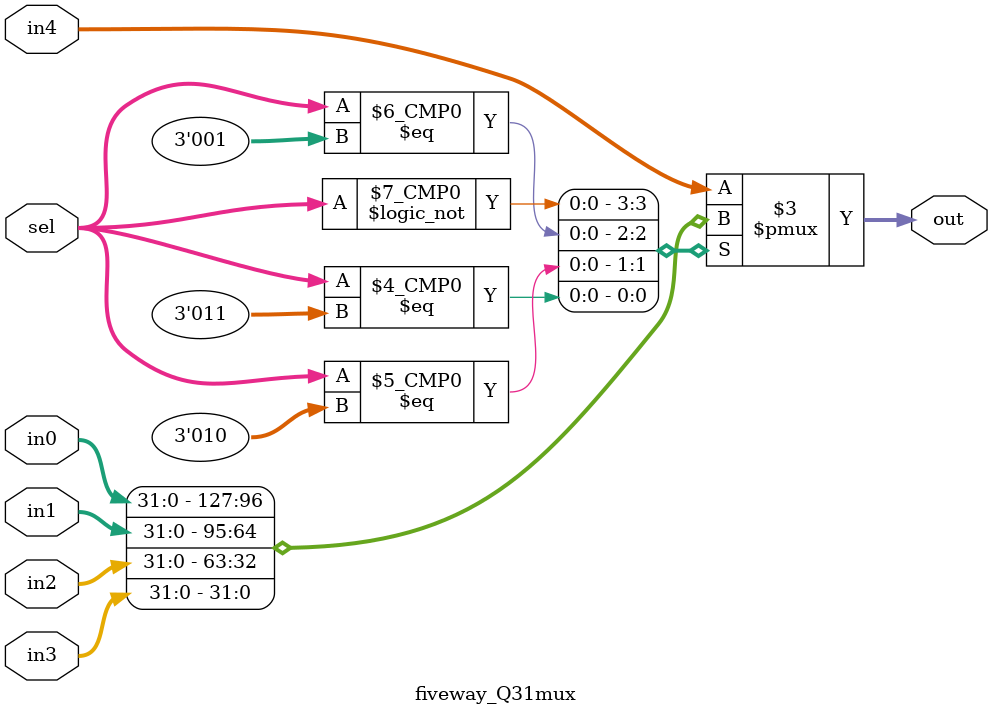
<source format=v>
`timescale 1ns / 1ps

// Dependencies: 	 N/A

//
//////////////////////////////////////////////////////////////////////////////////
module fiveway_Q31mux(in0,in1,in2,in3,in4,sel,out);

input [2:0] sel;
input [31:0] in0,in1,in2,in3,in4;
output [31:0] out;
reg [31:0] out;

always @(*)
case	(sel)
	'd0 :	out = in0;
	'd1 :	out = in1;
	'd2 :	out = in2;
	'd3 :	out = in3;
	default	out = in4;
endcase

endmodule

</source>
